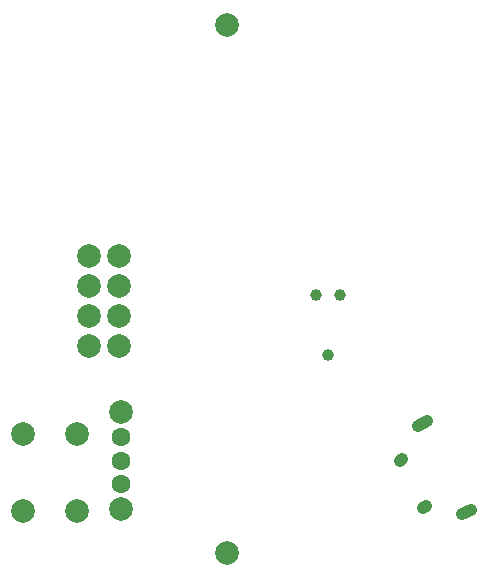
<source format=gbs>
G04 #@! TF.FileFunction,Soldermask,Bot*
%FSLAX46Y46*%
G04 Gerber Fmt 4.6, Leading zero omitted, Abs format (unit mm)*
G04 Created by KiCad (PCBNEW 4.0.2+e4-6225~38~ubuntu14.04.1-stable) date Wed 02 Nov 2016 10:45:12 GMT*
%MOMM*%
G01*
G04 APERTURE LIST*
%ADD10C,0.100000*%
%ADD11C,2.000000*%
%ADD12C,1.600000*%
%ADD13C,1.000000*%
%ADD14C,1.000000*%
G04 APERTURE END LIST*
D10*
D11*
X120800000Y-107200000D03*
X120800000Y-109740000D03*
X120800000Y-112280000D03*
X120800000Y-114820000D03*
X118260000Y-114820000D03*
X118260000Y-112280000D03*
X118260000Y-109740000D03*
X118260000Y-107200000D03*
X112750000Y-128750000D03*
X117250000Y-128750000D03*
X117250000Y-122250000D03*
X112750000Y-122250000D03*
X130000000Y-87650000D03*
X130000000Y-132350000D03*
D12*
X121000000Y-124500000D03*
X121000000Y-126500000D03*
X121000000Y-122500000D03*
D11*
X121000000Y-120400000D03*
X121000000Y-128600000D03*
D13*
X144601367Y-124511998D02*
X144824905Y-124400058D01*
X146593895Y-128490984D02*
X146817433Y-128379044D01*
X146120100Y-121570642D02*
X146924838Y-121167658D01*
X149858888Y-129036830D02*
X150663626Y-128633846D01*
D14*
X138505000Y-115540000D03*
X139521000Y-110460000D03*
X137489000Y-110460000D03*
M02*

</source>
